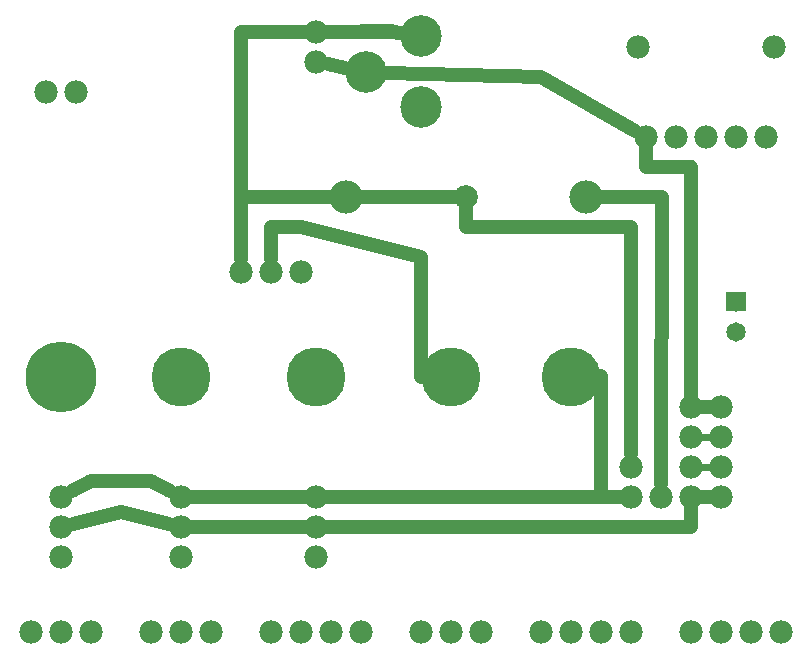
<source format=gtl>
G04 MADE WITH FRITZING*
G04 WWW.FRITZING.ORG*
G04 DOUBLE SIDED*
G04 HOLES PLATED*
G04 CONTOUR ON CENTER OF CONTOUR VECTOR*
%ASAXBY*%
%FSLAX23Y23*%
%MOIN*%
%OFA0B0*%
%SFA1.0B1.0*%
%ADD10C,0.065000*%
%ADD11C,0.078000*%
%ADD12C,0.079370*%
%ADD13C,0.110866*%
%ADD14C,0.138425*%
%ADD15C,0.236220*%
%ADD16C,0.196850*%
%ADD17C,0.048000*%
%ADD18C,0.024000*%
%ADD19R,0.001000X0.001000*%
%LNCOPPER1*%
G90*
G70*
G54D10*
X2428Y1072D03*
X2428Y1172D03*
X2428Y1072D03*
X2428Y1172D03*
G54D11*
X2178Y522D03*
X2078Y622D03*
X2078Y522D03*
X2378Y522D03*
X2378Y622D03*
X2378Y722D03*
X2378Y822D03*
X2278Y522D03*
X2278Y622D03*
X2278Y722D03*
X2278Y822D03*
G54D12*
X1528Y1522D03*
G54D13*
X1128Y1522D03*
X1928Y1522D03*
G54D11*
X2578Y72D03*
X2478Y72D03*
X2378Y72D03*
X2278Y72D03*
X2078Y72D03*
X1978Y72D03*
X1878Y72D03*
X1778Y72D03*
X1178Y72D03*
X1078Y72D03*
X978Y72D03*
X878Y72D03*
X1578Y72D03*
X1478Y72D03*
X1378Y72D03*
X678Y72D03*
X578Y72D03*
X478Y72D03*
X578Y522D03*
X578Y422D03*
X578Y322D03*
X1028Y522D03*
X1028Y422D03*
X1028Y322D03*
X178Y522D03*
X178Y422D03*
X178Y322D03*
X1028Y1972D03*
X1028Y2072D03*
G54D14*
X1194Y1937D03*
X1378Y1822D03*
X1378Y2056D03*
G54D11*
X978Y1272D03*
X878Y1272D03*
X778Y1272D03*
X2528Y1722D03*
X2428Y1722D03*
X2328Y1722D03*
X2228Y1722D03*
X2128Y1722D03*
X2556Y2022D03*
X2100Y2022D03*
X278Y72D03*
X178Y72D03*
X78Y72D03*
X228Y1872D03*
X128Y1872D03*
G54D15*
X178Y922D03*
G54D16*
X578Y922D03*
X1028Y922D03*
X1478Y922D03*
X1878Y922D03*
G54D17*
X479Y573D02*
X277Y573D01*
D02*
X277Y573D02*
X215Y541D01*
D02*
X542Y541D02*
X479Y573D01*
D02*
X1529Y1521D02*
X1186Y1522D01*
D02*
X1529Y1422D02*
X1529Y1521D01*
D02*
X2078Y1420D02*
X1529Y1422D01*
D02*
X2078Y663D02*
X2078Y1420D01*
D02*
X1378Y921D02*
X1378Y1322D01*
D02*
X978Y1422D02*
X879Y1422D01*
D02*
X1378Y1322D02*
X978Y1422D01*
D02*
X879Y1422D02*
X879Y1322D01*
D02*
X879Y1322D02*
X879Y1313D01*
D02*
X1436Y921D02*
X1378Y921D01*
D02*
X2127Y1620D02*
X2278Y1620D01*
D02*
X2128Y1680D02*
X2127Y1620D01*
D02*
X1307Y2066D02*
X1277Y2070D01*
D02*
X1069Y1963D02*
X1124Y1952D01*
D02*
X2180Y1522D02*
X1986Y1522D01*
D02*
X2178Y563D02*
X2180Y1522D01*
D02*
X1277Y2070D02*
X1307Y2066D01*
D02*
X778Y1522D02*
X778Y2070D01*
D02*
X778Y2070D02*
X1277Y2070D01*
D02*
X1071Y1522D02*
X778Y1522D01*
D02*
X1779Y1922D02*
X2092Y1742D01*
D02*
X1266Y1935D02*
X1779Y1922D01*
D02*
X1277Y2070D02*
X778Y2070D01*
D02*
X778Y2070D02*
X778Y1313D01*
D02*
X1277Y2073D02*
X1308Y2068D01*
D02*
X1069Y2072D02*
X1277Y2073D01*
G54D18*
D02*
X2348Y722D02*
X2308Y722D01*
D02*
X2348Y622D02*
X2308Y622D01*
G54D17*
D02*
X2337Y522D02*
X2319Y522D01*
D02*
X2337Y822D02*
X2319Y822D01*
D02*
X2278Y421D02*
X1069Y422D01*
D02*
X2278Y480D02*
X2278Y421D01*
D02*
X987Y522D02*
X619Y522D01*
D02*
X378Y472D02*
X218Y432D01*
D02*
X987Y422D02*
X619Y422D01*
D02*
X538Y432D02*
X378Y472D01*
D02*
X1978Y522D02*
X1069Y522D01*
D02*
X1978Y923D02*
X1978Y522D01*
D02*
X1920Y922D02*
X1978Y923D01*
D02*
X2037Y522D02*
X1069Y522D01*
G54D18*
D02*
X1497Y1522D02*
X1175Y1522D01*
G54D19*
X2273Y1644D02*
X2282Y1644D01*
X2269Y1643D02*
X2286Y1643D01*
X2267Y1642D02*
X2288Y1642D01*
X2265Y1641D02*
X2290Y1641D01*
X2264Y1640D02*
X2291Y1640D01*
X2263Y1639D02*
X2292Y1639D01*
X2262Y1638D02*
X2294Y1638D01*
X2261Y1637D02*
X2295Y1637D01*
X2260Y1636D02*
X2295Y1636D01*
X2259Y1635D02*
X2296Y1635D01*
X2258Y1634D02*
X2297Y1634D01*
X2258Y1633D02*
X2298Y1633D01*
X2257Y1632D02*
X2298Y1632D01*
X2256Y1631D02*
X2299Y1631D01*
X2256Y1630D02*
X2299Y1630D01*
X2256Y1629D02*
X2299Y1629D01*
X2255Y1628D02*
X2300Y1628D01*
X2255Y1627D02*
X2300Y1627D01*
X2255Y1626D02*
X2300Y1626D01*
X2254Y1625D02*
X2301Y1625D01*
X2254Y1624D02*
X2301Y1624D01*
X2254Y1623D02*
X2301Y1623D01*
X2254Y1622D02*
X2301Y1622D01*
X2254Y1621D02*
X2301Y1621D01*
X2254Y1620D02*
X2301Y1620D01*
X2254Y1619D02*
X2301Y1619D01*
X2254Y1618D02*
X2301Y1618D01*
X2254Y1617D02*
X2301Y1617D01*
X2254Y1616D02*
X2301Y1616D01*
X2254Y1615D02*
X2301Y1615D01*
X2254Y1614D02*
X2301Y1614D01*
X2254Y1613D02*
X2301Y1613D01*
X2254Y1612D02*
X2301Y1612D01*
X2254Y1611D02*
X2301Y1611D01*
X2254Y1610D02*
X2301Y1610D01*
X2254Y1609D02*
X2301Y1609D01*
X2254Y1608D02*
X2301Y1608D01*
X2254Y1607D02*
X2301Y1607D01*
X2254Y1606D02*
X2301Y1606D01*
X2254Y1605D02*
X2301Y1605D01*
X2254Y1604D02*
X2301Y1604D01*
X2254Y1603D02*
X2301Y1603D01*
X2254Y1602D02*
X2301Y1602D01*
X2254Y1601D02*
X2301Y1601D01*
X2254Y1600D02*
X2301Y1600D01*
X2254Y1599D02*
X2301Y1599D01*
X2254Y1598D02*
X2301Y1598D01*
X2254Y1597D02*
X2301Y1597D01*
X2254Y1596D02*
X2301Y1596D01*
X2254Y1595D02*
X2301Y1595D01*
X2254Y1594D02*
X2301Y1594D01*
X2254Y1593D02*
X2301Y1593D01*
X2254Y1592D02*
X2301Y1592D01*
X2254Y1591D02*
X2301Y1591D01*
X2254Y1590D02*
X2301Y1590D01*
X2254Y1589D02*
X2301Y1589D01*
X2254Y1588D02*
X2301Y1588D01*
X2254Y1587D02*
X2301Y1587D01*
X2254Y1586D02*
X2301Y1586D01*
X2254Y1585D02*
X2301Y1585D01*
X2254Y1584D02*
X2301Y1584D01*
X2254Y1583D02*
X2301Y1583D01*
X2254Y1582D02*
X2301Y1582D01*
X2254Y1581D02*
X2301Y1581D01*
X2254Y1580D02*
X2301Y1580D01*
X2254Y1579D02*
X2301Y1579D01*
X2254Y1578D02*
X2301Y1578D01*
X2254Y1577D02*
X2301Y1577D01*
X2254Y1576D02*
X2301Y1576D01*
X2254Y1575D02*
X2301Y1575D01*
X2254Y1574D02*
X2301Y1574D01*
X2254Y1573D02*
X2301Y1573D01*
X2254Y1572D02*
X2301Y1572D01*
X2254Y1571D02*
X2301Y1571D01*
X2254Y1570D02*
X2301Y1570D01*
X2254Y1569D02*
X2301Y1569D01*
X2254Y1568D02*
X2301Y1568D01*
X2254Y1567D02*
X2301Y1567D01*
X2254Y1566D02*
X2301Y1566D01*
X2254Y1565D02*
X2301Y1565D01*
X2254Y1564D02*
X2301Y1564D01*
X2254Y1563D02*
X2301Y1563D01*
X2254Y1562D02*
X2301Y1562D01*
X2254Y1561D02*
X2301Y1561D01*
X2254Y1560D02*
X2301Y1560D01*
X2254Y1559D02*
X2301Y1559D01*
X2254Y1558D02*
X2301Y1558D01*
X2254Y1557D02*
X2301Y1557D01*
X2254Y1556D02*
X2301Y1556D01*
X2254Y1555D02*
X2301Y1555D01*
X2254Y1554D02*
X2301Y1554D01*
X2254Y1553D02*
X2301Y1553D01*
X2254Y1552D02*
X2301Y1552D01*
X2254Y1551D02*
X2301Y1551D01*
X2254Y1550D02*
X2301Y1550D01*
X2254Y1549D02*
X2301Y1549D01*
X2254Y1548D02*
X2301Y1548D01*
X2254Y1547D02*
X2301Y1547D01*
X2254Y1546D02*
X2301Y1546D01*
X2254Y1545D02*
X2301Y1545D01*
X2254Y1544D02*
X2301Y1544D01*
X2254Y1543D02*
X2301Y1543D01*
X2254Y1542D02*
X2301Y1542D01*
X2254Y1541D02*
X2301Y1541D01*
X2254Y1540D02*
X2301Y1540D01*
X2254Y1539D02*
X2301Y1539D01*
X2254Y1538D02*
X2301Y1538D01*
X2254Y1537D02*
X2301Y1537D01*
X2254Y1536D02*
X2301Y1536D01*
X2254Y1535D02*
X2301Y1535D01*
X2254Y1534D02*
X2301Y1534D01*
X2254Y1533D02*
X2301Y1533D01*
X2254Y1532D02*
X2301Y1532D01*
X2254Y1531D02*
X2301Y1531D01*
X2254Y1530D02*
X2301Y1530D01*
X2254Y1529D02*
X2301Y1529D01*
X2254Y1528D02*
X2301Y1528D01*
X2254Y1527D02*
X2301Y1527D01*
X2254Y1526D02*
X2301Y1526D01*
X2254Y1525D02*
X2301Y1525D01*
X2254Y1524D02*
X2301Y1524D01*
X2254Y1523D02*
X2301Y1523D01*
X2254Y1522D02*
X2301Y1522D01*
X2254Y1521D02*
X2301Y1521D01*
X2254Y1520D02*
X2301Y1520D01*
X2254Y1519D02*
X2301Y1519D01*
X2254Y1518D02*
X2301Y1518D01*
X2254Y1517D02*
X2301Y1517D01*
X2254Y1516D02*
X2301Y1516D01*
X2254Y1515D02*
X2301Y1515D01*
X2254Y1514D02*
X2301Y1514D01*
X2254Y1513D02*
X2301Y1513D01*
X2254Y1512D02*
X2301Y1512D01*
X2254Y1511D02*
X2301Y1511D01*
X2254Y1510D02*
X2301Y1510D01*
X2254Y1509D02*
X2301Y1509D01*
X2254Y1508D02*
X2301Y1508D01*
X2254Y1507D02*
X2301Y1507D01*
X2254Y1506D02*
X2301Y1506D01*
X2254Y1505D02*
X2301Y1505D01*
X2254Y1504D02*
X2301Y1504D01*
X2254Y1503D02*
X2301Y1503D01*
X2254Y1502D02*
X2301Y1502D01*
X2254Y1501D02*
X2301Y1501D01*
X2254Y1500D02*
X2301Y1500D01*
X2254Y1499D02*
X2301Y1499D01*
X2254Y1498D02*
X2301Y1498D01*
X2254Y1497D02*
X2301Y1497D01*
X2254Y1496D02*
X2301Y1496D01*
X2254Y1495D02*
X2301Y1495D01*
X2254Y1494D02*
X2301Y1494D01*
X2254Y1493D02*
X2301Y1493D01*
X2254Y1492D02*
X2301Y1492D01*
X2254Y1491D02*
X2301Y1491D01*
X2254Y1490D02*
X2301Y1490D01*
X2254Y1489D02*
X2301Y1489D01*
X2254Y1488D02*
X2301Y1488D01*
X2254Y1487D02*
X2301Y1487D01*
X2254Y1486D02*
X2301Y1486D01*
X2254Y1485D02*
X2301Y1485D01*
X2254Y1484D02*
X2301Y1484D01*
X2254Y1483D02*
X2301Y1483D01*
X2254Y1482D02*
X2301Y1482D01*
X2254Y1481D02*
X2301Y1481D01*
X2254Y1480D02*
X2301Y1480D01*
X2254Y1479D02*
X2301Y1479D01*
X2254Y1478D02*
X2301Y1478D01*
X2254Y1477D02*
X2301Y1477D01*
X2254Y1476D02*
X2301Y1476D01*
X2254Y1475D02*
X2301Y1475D01*
X2254Y1474D02*
X2301Y1474D01*
X2254Y1473D02*
X2301Y1473D01*
X2254Y1472D02*
X2301Y1472D01*
X2254Y1471D02*
X2301Y1471D01*
X2254Y1470D02*
X2301Y1470D01*
X2254Y1469D02*
X2301Y1469D01*
X2254Y1468D02*
X2301Y1468D01*
X2254Y1467D02*
X2301Y1467D01*
X2254Y1466D02*
X2301Y1466D01*
X2254Y1465D02*
X2301Y1465D01*
X2254Y1464D02*
X2301Y1464D01*
X2254Y1463D02*
X2301Y1463D01*
X2254Y1462D02*
X2301Y1462D01*
X2254Y1461D02*
X2301Y1461D01*
X2254Y1460D02*
X2301Y1460D01*
X2254Y1459D02*
X2301Y1459D01*
X2254Y1458D02*
X2301Y1458D01*
X2254Y1457D02*
X2301Y1457D01*
X2254Y1456D02*
X2301Y1456D01*
X2254Y1455D02*
X2301Y1455D01*
X2254Y1454D02*
X2301Y1454D01*
X2254Y1453D02*
X2301Y1453D01*
X2254Y1452D02*
X2301Y1452D01*
X2254Y1451D02*
X2301Y1451D01*
X2254Y1450D02*
X2301Y1450D01*
X2254Y1449D02*
X2301Y1449D01*
X2254Y1448D02*
X2301Y1448D01*
X2254Y1447D02*
X2301Y1447D01*
X2254Y1446D02*
X2301Y1446D01*
X2254Y1445D02*
X2301Y1445D01*
X2254Y1444D02*
X2301Y1444D01*
X2254Y1443D02*
X2301Y1443D01*
X2254Y1442D02*
X2301Y1442D01*
X2254Y1441D02*
X2301Y1441D01*
X2254Y1440D02*
X2301Y1440D01*
X2254Y1439D02*
X2301Y1439D01*
X2254Y1438D02*
X2301Y1438D01*
X2254Y1437D02*
X2301Y1437D01*
X2254Y1436D02*
X2301Y1436D01*
X2254Y1435D02*
X2301Y1435D01*
X2254Y1434D02*
X2301Y1434D01*
X2254Y1433D02*
X2301Y1433D01*
X2254Y1432D02*
X2301Y1432D01*
X2254Y1431D02*
X2301Y1431D01*
X2254Y1430D02*
X2301Y1430D01*
X2254Y1429D02*
X2301Y1429D01*
X2254Y1428D02*
X2301Y1428D01*
X2254Y1427D02*
X2301Y1427D01*
X2254Y1426D02*
X2301Y1426D01*
X2254Y1425D02*
X2301Y1425D01*
X2254Y1424D02*
X2301Y1424D01*
X2254Y1423D02*
X2301Y1423D01*
X2254Y1422D02*
X2301Y1422D01*
X2254Y1421D02*
X2301Y1421D01*
X2254Y1420D02*
X2301Y1420D01*
X2254Y1419D02*
X2301Y1419D01*
X2254Y1418D02*
X2301Y1418D01*
X2254Y1417D02*
X2301Y1417D01*
X2254Y1416D02*
X2301Y1416D01*
X2254Y1415D02*
X2301Y1415D01*
X2254Y1414D02*
X2301Y1414D01*
X2254Y1413D02*
X2301Y1413D01*
X2254Y1412D02*
X2301Y1412D01*
X2254Y1411D02*
X2301Y1411D01*
X2254Y1410D02*
X2301Y1410D01*
X2254Y1409D02*
X2301Y1409D01*
X2254Y1408D02*
X2301Y1408D01*
X2254Y1407D02*
X2301Y1407D01*
X2254Y1406D02*
X2301Y1406D01*
X2254Y1405D02*
X2301Y1405D01*
X2254Y1404D02*
X2301Y1404D01*
X2254Y1403D02*
X2301Y1403D01*
X2254Y1402D02*
X2301Y1402D01*
X2254Y1401D02*
X2301Y1401D01*
X2254Y1400D02*
X2301Y1400D01*
X2254Y1399D02*
X2301Y1399D01*
X2254Y1398D02*
X2301Y1398D01*
X2254Y1397D02*
X2301Y1397D01*
X2254Y1396D02*
X2301Y1396D01*
X2254Y1395D02*
X2301Y1395D01*
X2254Y1394D02*
X2301Y1394D01*
X2254Y1393D02*
X2301Y1393D01*
X2254Y1392D02*
X2301Y1392D01*
X2254Y1391D02*
X2301Y1391D01*
X2254Y1390D02*
X2301Y1390D01*
X2254Y1389D02*
X2301Y1389D01*
X2254Y1388D02*
X2301Y1388D01*
X2254Y1387D02*
X2301Y1387D01*
X2254Y1386D02*
X2301Y1386D01*
X2254Y1385D02*
X2301Y1385D01*
X2254Y1384D02*
X2301Y1384D01*
X2254Y1383D02*
X2301Y1383D01*
X2254Y1382D02*
X2301Y1382D01*
X2254Y1381D02*
X2301Y1381D01*
X2254Y1380D02*
X2301Y1380D01*
X2254Y1379D02*
X2301Y1379D01*
X2254Y1378D02*
X2301Y1378D01*
X2254Y1377D02*
X2301Y1377D01*
X2254Y1376D02*
X2301Y1376D01*
X2254Y1375D02*
X2301Y1375D01*
X2254Y1374D02*
X2301Y1374D01*
X2254Y1373D02*
X2301Y1373D01*
X2254Y1372D02*
X2301Y1372D01*
X2254Y1371D02*
X2301Y1371D01*
X2254Y1370D02*
X2301Y1370D01*
X2254Y1369D02*
X2301Y1369D01*
X2254Y1368D02*
X2301Y1368D01*
X2254Y1367D02*
X2301Y1367D01*
X2254Y1366D02*
X2301Y1366D01*
X2254Y1365D02*
X2301Y1365D01*
X2254Y1364D02*
X2301Y1364D01*
X2254Y1363D02*
X2301Y1363D01*
X2254Y1362D02*
X2301Y1362D01*
X2254Y1361D02*
X2301Y1361D01*
X2254Y1360D02*
X2301Y1360D01*
X2254Y1359D02*
X2301Y1359D01*
X2254Y1358D02*
X2301Y1358D01*
X2254Y1357D02*
X2301Y1357D01*
X2254Y1356D02*
X2301Y1356D01*
X2254Y1355D02*
X2301Y1355D01*
X2254Y1354D02*
X2301Y1354D01*
X2254Y1353D02*
X2301Y1353D01*
X2254Y1352D02*
X2301Y1352D01*
X2254Y1351D02*
X2301Y1351D01*
X2254Y1350D02*
X2301Y1350D01*
X2254Y1349D02*
X2301Y1349D01*
X2254Y1348D02*
X2301Y1348D01*
X2254Y1347D02*
X2301Y1347D01*
X2254Y1346D02*
X2301Y1346D01*
X2254Y1345D02*
X2301Y1345D01*
X2254Y1344D02*
X2301Y1344D01*
X2254Y1343D02*
X2301Y1343D01*
X2254Y1342D02*
X2301Y1342D01*
X2254Y1341D02*
X2301Y1341D01*
X2254Y1340D02*
X2301Y1340D01*
X2254Y1339D02*
X2301Y1339D01*
X2254Y1338D02*
X2301Y1338D01*
X2254Y1337D02*
X2301Y1337D01*
X2254Y1336D02*
X2301Y1336D01*
X2254Y1335D02*
X2301Y1335D01*
X2254Y1334D02*
X2301Y1334D01*
X2254Y1333D02*
X2301Y1333D01*
X2254Y1332D02*
X2301Y1332D01*
X2254Y1331D02*
X2301Y1331D01*
X2254Y1330D02*
X2301Y1330D01*
X2254Y1329D02*
X2301Y1329D01*
X2254Y1328D02*
X2301Y1328D01*
X2254Y1327D02*
X2301Y1327D01*
X2254Y1326D02*
X2301Y1326D01*
X2254Y1325D02*
X2301Y1325D01*
X2254Y1324D02*
X2301Y1324D01*
X2254Y1323D02*
X2301Y1323D01*
X2254Y1322D02*
X2301Y1322D01*
X2254Y1321D02*
X2301Y1321D01*
X2254Y1320D02*
X2301Y1320D01*
X2254Y1319D02*
X2301Y1319D01*
X2254Y1318D02*
X2301Y1318D01*
X2254Y1317D02*
X2301Y1317D01*
X2254Y1316D02*
X2301Y1316D01*
X2254Y1315D02*
X2301Y1315D01*
X2254Y1314D02*
X2301Y1314D01*
X2254Y1313D02*
X2301Y1313D01*
X2254Y1312D02*
X2301Y1312D01*
X2254Y1311D02*
X2301Y1311D01*
X2254Y1310D02*
X2301Y1310D01*
X2254Y1309D02*
X2301Y1309D01*
X2254Y1308D02*
X2301Y1308D01*
X2254Y1307D02*
X2301Y1307D01*
X2254Y1306D02*
X2301Y1306D01*
X2254Y1305D02*
X2301Y1305D01*
X2254Y1304D02*
X2301Y1304D01*
X2254Y1303D02*
X2301Y1303D01*
X2254Y1302D02*
X2301Y1302D01*
X2254Y1301D02*
X2301Y1301D01*
X2254Y1300D02*
X2301Y1300D01*
X2254Y1299D02*
X2301Y1299D01*
X2254Y1298D02*
X2301Y1298D01*
X2254Y1297D02*
X2301Y1297D01*
X2254Y1296D02*
X2301Y1296D01*
X2254Y1295D02*
X2301Y1295D01*
X2254Y1294D02*
X2301Y1294D01*
X2254Y1293D02*
X2301Y1293D01*
X2254Y1292D02*
X2301Y1292D01*
X2254Y1291D02*
X2301Y1291D01*
X2254Y1290D02*
X2301Y1290D01*
X2254Y1289D02*
X2301Y1289D01*
X2254Y1288D02*
X2301Y1288D01*
X2254Y1287D02*
X2301Y1287D01*
X2254Y1286D02*
X2301Y1286D01*
X2254Y1285D02*
X2301Y1285D01*
X2254Y1284D02*
X2301Y1284D01*
X2254Y1283D02*
X2301Y1283D01*
X2254Y1282D02*
X2301Y1282D01*
X2254Y1281D02*
X2301Y1281D01*
X2254Y1280D02*
X2301Y1280D01*
X2254Y1279D02*
X2301Y1279D01*
X2254Y1278D02*
X2301Y1278D01*
X2254Y1277D02*
X2301Y1277D01*
X2254Y1276D02*
X2301Y1276D01*
X2254Y1275D02*
X2301Y1275D01*
X2254Y1274D02*
X2301Y1274D01*
X2254Y1273D02*
X2301Y1273D01*
X2254Y1272D02*
X2301Y1272D01*
X2254Y1271D02*
X2301Y1271D01*
X2254Y1270D02*
X2301Y1270D01*
X2254Y1269D02*
X2301Y1269D01*
X2254Y1268D02*
X2301Y1268D01*
X2254Y1267D02*
X2301Y1267D01*
X2254Y1266D02*
X2301Y1266D01*
X2254Y1265D02*
X2301Y1265D01*
X2254Y1264D02*
X2301Y1264D01*
X2254Y1263D02*
X2301Y1263D01*
X2254Y1262D02*
X2301Y1262D01*
X2254Y1261D02*
X2301Y1261D01*
X2254Y1260D02*
X2301Y1260D01*
X2254Y1259D02*
X2301Y1259D01*
X2254Y1258D02*
X2301Y1258D01*
X2254Y1257D02*
X2301Y1257D01*
X2254Y1256D02*
X2301Y1256D01*
X2254Y1255D02*
X2301Y1255D01*
X2254Y1254D02*
X2301Y1254D01*
X2254Y1253D02*
X2301Y1253D01*
X2254Y1252D02*
X2301Y1252D01*
X2254Y1251D02*
X2301Y1251D01*
X2254Y1250D02*
X2301Y1250D01*
X2254Y1249D02*
X2301Y1249D01*
X2254Y1248D02*
X2301Y1248D01*
X2254Y1247D02*
X2301Y1247D01*
X2254Y1246D02*
X2301Y1246D01*
X2254Y1245D02*
X2301Y1245D01*
X2254Y1244D02*
X2301Y1244D01*
X2254Y1243D02*
X2301Y1243D01*
X2254Y1242D02*
X2301Y1242D01*
X2254Y1241D02*
X2301Y1241D01*
X2254Y1240D02*
X2301Y1240D01*
X2254Y1239D02*
X2301Y1239D01*
X2254Y1238D02*
X2301Y1238D01*
X2254Y1237D02*
X2301Y1237D01*
X2254Y1236D02*
X2301Y1236D01*
X2254Y1235D02*
X2301Y1235D01*
X2254Y1234D02*
X2301Y1234D01*
X2254Y1233D02*
X2301Y1233D01*
X2254Y1232D02*
X2301Y1232D01*
X2254Y1231D02*
X2301Y1231D01*
X2254Y1230D02*
X2301Y1230D01*
X2254Y1229D02*
X2301Y1229D01*
X2254Y1228D02*
X2301Y1228D01*
X2254Y1227D02*
X2301Y1227D01*
X2254Y1226D02*
X2301Y1226D01*
X2254Y1225D02*
X2301Y1225D01*
X2254Y1224D02*
X2301Y1224D01*
X2254Y1223D02*
X2301Y1223D01*
X2254Y1222D02*
X2301Y1222D01*
X2254Y1221D02*
X2301Y1221D01*
X2254Y1220D02*
X2301Y1220D01*
X2254Y1219D02*
X2301Y1219D01*
X2254Y1218D02*
X2301Y1218D01*
X2254Y1217D02*
X2301Y1217D01*
X2254Y1216D02*
X2301Y1216D01*
X2254Y1215D02*
X2301Y1215D01*
X2254Y1214D02*
X2301Y1214D01*
X2254Y1213D02*
X2301Y1213D01*
X2254Y1212D02*
X2301Y1212D01*
X2254Y1211D02*
X2301Y1211D01*
X2254Y1210D02*
X2301Y1210D01*
X2254Y1209D02*
X2301Y1209D01*
X2254Y1208D02*
X2301Y1208D01*
X2254Y1207D02*
X2301Y1207D01*
X2254Y1206D02*
X2301Y1206D01*
X2254Y1205D02*
X2301Y1205D01*
X2254Y1204D02*
X2301Y1204D01*
X2396Y1204D02*
X2459Y1204D01*
X2254Y1203D02*
X2301Y1203D01*
X2396Y1203D02*
X2460Y1203D01*
X2254Y1202D02*
X2301Y1202D01*
X2396Y1202D02*
X2460Y1202D01*
X2254Y1201D02*
X2301Y1201D01*
X2396Y1201D02*
X2460Y1201D01*
X2254Y1200D02*
X2301Y1200D01*
X2396Y1200D02*
X2460Y1200D01*
X2254Y1199D02*
X2301Y1199D01*
X2396Y1199D02*
X2460Y1199D01*
X2254Y1198D02*
X2301Y1198D01*
X2396Y1198D02*
X2460Y1198D01*
X2254Y1197D02*
X2301Y1197D01*
X2396Y1197D02*
X2460Y1197D01*
X2254Y1196D02*
X2301Y1196D01*
X2396Y1196D02*
X2460Y1196D01*
X2254Y1195D02*
X2301Y1195D01*
X2396Y1195D02*
X2460Y1195D01*
X2254Y1194D02*
X2301Y1194D01*
X2396Y1194D02*
X2460Y1194D01*
X2254Y1193D02*
X2301Y1193D01*
X2396Y1193D02*
X2460Y1193D01*
X2254Y1192D02*
X2301Y1192D01*
X2396Y1192D02*
X2460Y1192D01*
X2254Y1191D02*
X2301Y1191D01*
X2396Y1191D02*
X2460Y1191D01*
X2254Y1190D02*
X2301Y1190D01*
X2396Y1190D02*
X2460Y1190D01*
X2254Y1189D02*
X2301Y1189D01*
X2396Y1189D02*
X2460Y1189D01*
X2254Y1188D02*
X2301Y1188D01*
X2396Y1188D02*
X2460Y1188D01*
X2254Y1187D02*
X2301Y1187D01*
X2396Y1187D02*
X2460Y1187D01*
X2254Y1186D02*
X2301Y1186D01*
X2396Y1186D02*
X2460Y1186D01*
X2254Y1185D02*
X2301Y1185D01*
X2396Y1185D02*
X2423Y1185D01*
X2432Y1185D02*
X2460Y1185D01*
X2254Y1184D02*
X2301Y1184D01*
X2396Y1184D02*
X2420Y1184D01*
X2435Y1184D02*
X2460Y1184D01*
X2254Y1183D02*
X2301Y1183D01*
X2396Y1183D02*
X2419Y1183D01*
X2436Y1183D02*
X2460Y1183D01*
X2254Y1182D02*
X2301Y1182D01*
X2396Y1182D02*
X2418Y1182D01*
X2437Y1182D02*
X2460Y1182D01*
X2254Y1181D02*
X2301Y1181D01*
X2396Y1181D02*
X2417Y1181D01*
X2438Y1181D02*
X2460Y1181D01*
X2254Y1180D02*
X2301Y1180D01*
X2396Y1180D02*
X2416Y1180D01*
X2439Y1180D02*
X2460Y1180D01*
X2254Y1179D02*
X2301Y1179D01*
X2396Y1179D02*
X2415Y1179D01*
X2440Y1179D02*
X2460Y1179D01*
X2254Y1178D02*
X2301Y1178D01*
X2396Y1178D02*
X2415Y1178D01*
X2440Y1178D02*
X2460Y1178D01*
X2254Y1177D02*
X2301Y1177D01*
X2396Y1177D02*
X2414Y1177D01*
X2441Y1177D02*
X2460Y1177D01*
X2254Y1176D02*
X2301Y1176D01*
X2396Y1176D02*
X2414Y1176D01*
X2441Y1176D02*
X2460Y1176D01*
X2254Y1175D02*
X2301Y1175D01*
X2396Y1175D02*
X2414Y1175D01*
X2441Y1175D02*
X2460Y1175D01*
X2254Y1174D02*
X2301Y1174D01*
X2396Y1174D02*
X2413Y1174D01*
X2442Y1174D02*
X2460Y1174D01*
X2254Y1173D02*
X2301Y1173D01*
X2396Y1173D02*
X2413Y1173D01*
X2442Y1173D02*
X2460Y1173D01*
X2254Y1172D02*
X2301Y1172D01*
X2396Y1172D02*
X2413Y1172D01*
X2442Y1172D02*
X2460Y1172D01*
X2254Y1171D02*
X2301Y1171D01*
X2396Y1171D02*
X2413Y1171D01*
X2442Y1171D02*
X2460Y1171D01*
X2254Y1170D02*
X2301Y1170D01*
X2396Y1170D02*
X2413Y1170D01*
X2442Y1170D02*
X2460Y1170D01*
X2254Y1169D02*
X2301Y1169D01*
X2396Y1169D02*
X2414Y1169D01*
X2441Y1169D02*
X2460Y1169D01*
X2254Y1168D02*
X2301Y1168D01*
X2396Y1168D02*
X2414Y1168D01*
X2441Y1168D02*
X2460Y1168D01*
X2254Y1167D02*
X2301Y1167D01*
X2396Y1167D02*
X2414Y1167D01*
X2441Y1167D02*
X2460Y1167D01*
X2254Y1166D02*
X2301Y1166D01*
X2396Y1166D02*
X2415Y1166D01*
X2440Y1166D02*
X2460Y1166D01*
X2254Y1165D02*
X2301Y1165D01*
X2396Y1165D02*
X2415Y1165D01*
X2440Y1165D02*
X2460Y1165D01*
X2254Y1164D02*
X2301Y1164D01*
X2396Y1164D02*
X2416Y1164D01*
X2439Y1164D02*
X2460Y1164D01*
X2254Y1163D02*
X2301Y1163D01*
X2396Y1163D02*
X2417Y1163D01*
X2438Y1163D02*
X2460Y1163D01*
X2254Y1162D02*
X2301Y1162D01*
X2396Y1162D02*
X2417Y1162D01*
X2438Y1162D02*
X2460Y1162D01*
X2254Y1161D02*
X2301Y1161D01*
X2396Y1161D02*
X2419Y1161D01*
X2436Y1161D02*
X2460Y1161D01*
X2254Y1160D02*
X2301Y1160D01*
X2396Y1160D02*
X2420Y1160D01*
X2435Y1160D02*
X2460Y1160D01*
X2254Y1159D02*
X2301Y1159D01*
X2396Y1159D02*
X2423Y1159D01*
X2433Y1159D02*
X2460Y1159D01*
X2254Y1158D02*
X2301Y1158D01*
X2396Y1158D02*
X2460Y1158D01*
X2254Y1157D02*
X2301Y1157D01*
X2396Y1157D02*
X2460Y1157D01*
X2254Y1156D02*
X2301Y1156D01*
X2396Y1156D02*
X2460Y1156D01*
X2254Y1155D02*
X2301Y1155D01*
X2396Y1155D02*
X2460Y1155D01*
X2254Y1154D02*
X2301Y1154D01*
X2396Y1154D02*
X2460Y1154D01*
X2254Y1153D02*
X2301Y1153D01*
X2396Y1153D02*
X2460Y1153D01*
X2254Y1152D02*
X2301Y1152D01*
X2396Y1152D02*
X2460Y1152D01*
X2254Y1151D02*
X2301Y1151D01*
X2396Y1151D02*
X2460Y1151D01*
X2254Y1150D02*
X2301Y1150D01*
X2396Y1150D02*
X2460Y1150D01*
X2254Y1149D02*
X2301Y1149D01*
X2396Y1149D02*
X2460Y1149D01*
X2254Y1148D02*
X2301Y1148D01*
X2396Y1148D02*
X2460Y1148D01*
X2254Y1147D02*
X2301Y1147D01*
X2396Y1147D02*
X2460Y1147D01*
X2254Y1146D02*
X2301Y1146D01*
X2396Y1146D02*
X2460Y1146D01*
X2254Y1145D02*
X2301Y1145D01*
X2396Y1145D02*
X2460Y1145D01*
X2254Y1144D02*
X2301Y1144D01*
X2396Y1144D02*
X2460Y1144D01*
X2254Y1143D02*
X2301Y1143D01*
X2396Y1143D02*
X2460Y1143D01*
X2254Y1142D02*
X2301Y1142D01*
X2396Y1142D02*
X2460Y1142D01*
X2254Y1141D02*
X2301Y1141D01*
X2396Y1141D02*
X2460Y1141D01*
X2254Y1140D02*
X2301Y1140D01*
X2396Y1140D02*
X2460Y1140D01*
X2254Y1139D02*
X2301Y1139D01*
X2254Y1138D02*
X2301Y1138D01*
X2254Y1137D02*
X2301Y1137D01*
X2254Y1136D02*
X2301Y1136D01*
X2254Y1135D02*
X2301Y1135D01*
X2254Y1134D02*
X2301Y1134D01*
X2254Y1133D02*
X2301Y1133D01*
X2254Y1132D02*
X2301Y1132D01*
X2254Y1131D02*
X2301Y1131D01*
X2254Y1130D02*
X2301Y1130D01*
X2254Y1129D02*
X2301Y1129D01*
X2254Y1128D02*
X2301Y1128D01*
X2254Y1127D02*
X2301Y1127D01*
X2254Y1126D02*
X2301Y1126D01*
X2254Y1125D02*
X2301Y1125D01*
X2254Y1124D02*
X2301Y1124D01*
X2254Y1123D02*
X2301Y1123D01*
X2254Y1122D02*
X2301Y1122D01*
X2254Y1121D02*
X2301Y1121D01*
X2254Y1120D02*
X2301Y1120D01*
X2254Y1119D02*
X2301Y1119D01*
X2254Y1118D02*
X2301Y1118D01*
X2254Y1117D02*
X2301Y1117D01*
X2254Y1116D02*
X2301Y1116D01*
X2254Y1115D02*
X2301Y1115D01*
X2254Y1114D02*
X2301Y1114D01*
X2254Y1113D02*
X2301Y1113D01*
X2254Y1112D02*
X2301Y1112D01*
X2254Y1111D02*
X2301Y1111D01*
X2254Y1110D02*
X2301Y1110D01*
X2254Y1109D02*
X2301Y1109D01*
X2254Y1108D02*
X2301Y1108D01*
X2254Y1107D02*
X2301Y1107D01*
X2254Y1106D02*
X2301Y1106D01*
X2254Y1105D02*
X2301Y1105D01*
X2254Y1104D02*
X2301Y1104D01*
X2254Y1103D02*
X2301Y1103D01*
X2254Y1102D02*
X2301Y1102D01*
X2254Y1101D02*
X2301Y1101D01*
X2254Y1100D02*
X2301Y1100D01*
X2254Y1099D02*
X2301Y1099D01*
X2254Y1098D02*
X2301Y1098D01*
X2254Y1097D02*
X2301Y1097D01*
X2254Y1096D02*
X2301Y1096D01*
X2254Y1095D02*
X2301Y1095D01*
X2254Y1094D02*
X2301Y1094D01*
X2254Y1093D02*
X2301Y1093D01*
X2254Y1092D02*
X2301Y1092D01*
X2254Y1091D02*
X2301Y1091D01*
X2254Y1090D02*
X2301Y1090D01*
X2254Y1089D02*
X2301Y1089D01*
X2254Y1088D02*
X2301Y1088D01*
X2254Y1087D02*
X2301Y1087D01*
X2254Y1086D02*
X2301Y1086D01*
X2254Y1085D02*
X2301Y1085D01*
X2254Y1084D02*
X2301Y1084D01*
X2254Y1083D02*
X2301Y1083D01*
X2254Y1082D02*
X2301Y1082D01*
X2254Y1081D02*
X2301Y1081D01*
X2254Y1080D02*
X2301Y1080D01*
X2254Y1079D02*
X2301Y1079D01*
X2254Y1078D02*
X2301Y1078D01*
X2254Y1077D02*
X2301Y1077D01*
X2254Y1076D02*
X2301Y1076D01*
X2254Y1075D02*
X2301Y1075D01*
X2254Y1074D02*
X2301Y1074D01*
X2254Y1073D02*
X2301Y1073D01*
X2254Y1072D02*
X2301Y1072D01*
X2254Y1071D02*
X2301Y1071D01*
X2254Y1070D02*
X2301Y1070D01*
X2254Y1069D02*
X2301Y1069D01*
X2254Y1068D02*
X2301Y1068D01*
X2254Y1067D02*
X2301Y1067D01*
X2254Y1066D02*
X2301Y1066D01*
X2254Y1065D02*
X2301Y1065D01*
X2254Y1064D02*
X2301Y1064D01*
X2254Y1063D02*
X2301Y1063D01*
X2254Y1062D02*
X2301Y1062D01*
X2254Y1061D02*
X2301Y1061D01*
X2254Y1060D02*
X2301Y1060D01*
X2254Y1059D02*
X2301Y1059D01*
X2254Y1058D02*
X2301Y1058D01*
X2254Y1057D02*
X2301Y1057D01*
X2254Y1056D02*
X2301Y1056D01*
X2254Y1055D02*
X2301Y1055D01*
X2254Y1054D02*
X2301Y1054D01*
X2254Y1053D02*
X2301Y1053D01*
X2254Y1052D02*
X2301Y1052D01*
X2254Y1051D02*
X2301Y1051D01*
X2254Y1050D02*
X2301Y1050D01*
X2254Y1049D02*
X2301Y1049D01*
X2254Y1048D02*
X2301Y1048D01*
X2254Y1047D02*
X2301Y1047D01*
X2254Y1046D02*
X2301Y1046D01*
X2254Y1045D02*
X2301Y1045D01*
X2254Y1044D02*
X2301Y1044D01*
X2254Y1043D02*
X2301Y1043D01*
X2254Y1042D02*
X2301Y1042D01*
X2254Y1041D02*
X2301Y1041D01*
X2254Y1040D02*
X2301Y1040D01*
X2254Y1039D02*
X2301Y1039D01*
X2254Y1038D02*
X2301Y1038D01*
X2254Y1037D02*
X2301Y1037D01*
X2254Y1036D02*
X2301Y1036D01*
X2254Y1035D02*
X2301Y1035D01*
X2254Y1034D02*
X2301Y1034D01*
X2254Y1033D02*
X2301Y1033D01*
X2254Y1032D02*
X2301Y1032D01*
X2254Y1031D02*
X2301Y1031D01*
X2254Y1030D02*
X2301Y1030D01*
X2254Y1029D02*
X2301Y1029D01*
X2254Y1028D02*
X2301Y1028D01*
X2254Y1027D02*
X2301Y1027D01*
X2254Y1026D02*
X2301Y1026D01*
X2254Y1025D02*
X2301Y1025D01*
X2254Y1024D02*
X2301Y1024D01*
X2254Y1023D02*
X2301Y1023D01*
X2254Y1022D02*
X2301Y1022D01*
X2254Y1021D02*
X2301Y1021D01*
X2254Y1020D02*
X2301Y1020D01*
X2254Y1019D02*
X2301Y1019D01*
X2254Y1018D02*
X2301Y1018D01*
X2254Y1017D02*
X2301Y1017D01*
X2254Y1016D02*
X2301Y1016D01*
X2254Y1015D02*
X2301Y1015D01*
X2254Y1014D02*
X2301Y1014D01*
X2254Y1013D02*
X2301Y1013D01*
X2254Y1012D02*
X2301Y1012D01*
X2254Y1011D02*
X2301Y1011D01*
X2254Y1010D02*
X2301Y1010D01*
X2254Y1009D02*
X2301Y1009D01*
X2254Y1008D02*
X2301Y1008D01*
X2254Y1007D02*
X2301Y1007D01*
X2254Y1006D02*
X2301Y1006D01*
X2254Y1005D02*
X2301Y1005D01*
X2254Y1004D02*
X2301Y1004D01*
X2254Y1003D02*
X2301Y1003D01*
X2254Y1002D02*
X2301Y1002D01*
X2254Y1001D02*
X2301Y1001D01*
X2254Y1000D02*
X2301Y1000D01*
X2254Y999D02*
X2301Y999D01*
X2254Y998D02*
X2301Y998D01*
X2254Y997D02*
X2301Y997D01*
X2254Y996D02*
X2301Y996D01*
X2254Y995D02*
X2301Y995D01*
X2254Y994D02*
X2301Y994D01*
X2254Y993D02*
X2301Y993D01*
X2254Y992D02*
X2301Y992D01*
X2254Y991D02*
X2301Y991D01*
X2254Y990D02*
X2301Y990D01*
X2254Y989D02*
X2301Y989D01*
X2254Y988D02*
X2301Y988D01*
X2254Y987D02*
X2301Y987D01*
X2254Y986D02*
X2301Y986D01*
X2254Y985D02*
X2301Y985D01*
X2254Y984D02*
X2301Y984D01*
X2254Y983D02*
X2301Y983D01*
X2254Y982D02*
X2301Y982D01*
X2254Y981D02*
X2301Y981D01*
X2254Y980D02*
X2301Y980D01*
X2254Y979D02*
X2301Y979D01*
X2254Y978D02*
X2301Y978D01*
X2254Y977D02*
X2301Y977D01*
X2254Y976D02*
X2301Y976D01*
X2254Y975D02*
X2301Y975D01*
X2254Y974D02*
X2301Y974D01*
X2254Y973D02*
X2301Y973D01*
X2254Y972D02*
X2301Y972D01*
X2254Y971D02*
X2301Y971D01*
X2254Y970D02*
X2301Y970D01*
X2254Y969D02*
X2301Y969D01*
X2254Y968D02*
X2301Y968D01*
X2254Y967D02*
X2301Y967D01*
X2254Y966D02*
X2301Y966D01*
X2254Y965D02*
X2301Y965D01*
X2254Y964D02*
X2301Y964D01*
X2254Y963D02*
X2301Y963D01*
X2254Y962D02*
X2301Y962D01*
X2254Y961D02*
X2301Y961D01*
X2254Y960D02*
X2301Y960D01*
X2254Y959D02*
X2301Y959D01*
X2254Y958D02*
X2301Y958D01*
X2254Y957D02*
X2301Y957D01*
X2254Y956D02*
X2301Y956D01*
X2254Y955D02*
X2301Y955D01*
X2254Y954D02*
X2301Y954D01*
X2254Y953D02*
X2301Y953D01*
X2254Y952D02*
X2301Y952D01*
X2254Y951D02*
X2301Y951D01*
X2254Y950D02*
X2301Y950D01*
X2254Y949D02*
X2301Y949D01*
X2254Y948D02*
X2301Y948D01*
X2254Y947D02*
X2301Y947D01*
X2254Y946D02*
X2301Y946D01*
X2254Y945D02*
X2301Y945D01*
X2254Y944D02*
X2301Y944D01*
X2254Y943D02*
X2301Y943D01*
X2254Y942D02*
X2301Y942D01*
X2254Y941D02*
X2301Y941D01*
X2254Y940D02*
X2301Y940D01*
X2254Y939D02*
X2301Y939D01*
X2254Y938D02*
X2301Y938D01*
X2254Y937D02*
X2301Y937D01*
X2254Y936D02*
X2301Y936D01*
X2254Y935D02*
X2301Y935D01*
X2254Y934D02*
X2301Y934D01*
X2254Y933D02*
X2301Y933D01*
X2254Y932D02*
X2301Y932D01*
X2254Y931D02*
X2301Y931D01*
X2254Y930D02*
X2301Y930D01*
X2254Y929D02*
X2301Y929D01*
X2254Y928D02*
X2301Y928D01*
X2254Y927D02*
X2301Y927D01*
X2254Y926D02*
X2301Y926D01*
X2254Y925D02*
X2301Y925D01*
X2254Y924D02*
X2301Y924D01*
X2254Y923D02*
X2301Y923D01*
X2254Y922D02*
X2301Y922D01*
X2254Y921D02*
X2301Y921D01*
X2254Y920D02*
X2301Y920D01*
X2254Y919D02*
X2301Y919D01*
X2254Y918D02*
X2301Y918D01*
X2254Y917D02*
X2301Y917D01*
X2254Y916D02*
X2301Y916D01*
X2254Y915D02*
X2301Y915D01*
X2254Y914D02*
X2301Y914D01*
X2254Y913D02*
X2301Y913D01*
X2254Y912D02*
X2301Y912D01*
X2254Y911D02*
X2301Y911D01*
X2254Y910D02*
X2301Y910D01*
X2254Y909D02*
X2301Y909D01*
X2254Y908D02*
X2301Y908D01*
X2254Y907D02*
X2301Y907D01*
X2254Y906D02*
X2301Y906D01*
X2254Y905D02*
X2301Y905D01*
X2254Y904D02*
X2301Y904D01*
X2254Y903D02*
X2301Y903D01*
X2254Y902D02*
X2301Y902D01*
X2254Y901D02*
X2301Y901D01*
X2254Y900D02*
X2301Y900D01*
X2254Y899D02*
X2301Y899D01*
X2254Y898D02*
X2301Y898D01*
X2254Y897D02*
X2301Y897D01*
X2254Y896D02*
X2301Y896D01*
X2254Y895D02*
X2301Y895D01*
X2254Y894D02*
X2301Y894D01*
X2254Y893D02*
X2301Y893D01*
X2254Y892D02*
X2301Y892D01*
X2254Y891D02*
X2301Y891D01*
X2254Y890D02*
X2301Y890D01*
X2254Y889D02*
X2301Y889D01*
X2254Y888D02*
X2301Y888D01*
X2254Y887D02*
X2301Y887D01*
X2254Y886D02*
X2301Y886D01*
X2254Y885D02*
X2301Y885D01*
X2254Y884D02*
X2301Y884D01*
X2254Y883D02*
X2301Y883D01*
X2254Y882D02*
X2301Y882D01*
X2254Y881D02*
X2301Y881D01*
X2254Y880D02*
X2301Y880D01*
X2254Y879D02*
X2301Y879D01*
X2254Y878D02*
X2301Y878D01*
X2254Y877D02*
X2301Y877D01*
X2254Y876D02*
X2301Y876D01*
X2254Y875D02*
X2301Y875D01*
X2254Y874D02*
X2301Y874D01*
X2254Y873D02*
X2301Y873D01*
X2254Y872D02*
X2301Y872D01*
X2254Y871D02*
X2301Y871D01*
X2254Y870D02*
X2301Y870D01*
X2254Y869D02*
X2301Y869D01*
X2254Y868D02*
X2301Y868D01*
X2254Y867D02*
X2301Y867D01*
X2254Y866D02*
X2301Y866D01*
X2254Y865D02*
X2301Y865D01*
X2254Y864D02*
X2301Y864D01*
X2254Y863D02*
X2301Y863D01*
X2254Y862D02*
X2301Y862D01*
X2254Y861D02*
X2301Y861D01*
X2254Y860D02*
X2301Y860D01*
X2254Y859D02*
X2301Y859D01*
X2254Y858D02*
X2301Y858D01*
X2254Y857D02*
X2301Y857D01*
X2254Y856D02*
X2301Y856D01*
X2254Y855D02*
X2301Y855D01*
X2254Y854D02*
X2301Y854D01*
X2254Y853D02*
X2301Y853D01*
X2254Y852D02*
X2301Y852D01*
X2254Y851D02*
X2301Y851D01*
X2254Y850D02*
X2301Y850D01*
X2254Y849D02*
X2301Y849D01*
X2254Y848D02*
X2301Y848D01*
X2254Y847D02*
X2301Y847D01*
X2254Y846D02*
X2301Y846D01*
X2254Y845D02*
X2301Y845D01*
X2254Y844D02*
X2301Y844D01*
X2254Y843D02*
X2301Y843D01*
X2254Y842D02*
X2301Y842D01*
X2254Y841D02*
X2301Y841D01*
X2254Y840D02*
X2301Y840D01*
X2254Y839D02*
X2301Y839D01*
X2254Y838D02*
X2301Y838D01*
X2254Y837D02*
X2301Y837D01*
X2254Y836D02*
X2301Y836D01*
X2254Y835D02*
X2301Y835D01*
X2254Y834D02*
X2301Y834D01*
X2254Y833D02*
X2301Y833D01*
X2254Y832D02*
X2301Y832D01*
X2254Y831D02*
X2301Y831D01*
X2254Y830D02*
X2301Y830D01*
X2254Y829D02*
X2301Y829D01*
X2254Y828D02*
X2301Y828D01*
X2254Y827D02*
X2301Y827D01*
X2254Y826D02*
X2301Y826D01*
X2254Y825D02*
X2301Y825D01*
X2254Y824D02*
X2301Y824D01*
X2254Y823D02*
X2301Y823D01*
X2254Y822D02*
X2301Y822D01*
X2254Y821D02*
X2301Y821D01*
X2254Y820D02*
X2301Y820D01*
X2254Y819D02*
X2301Y819D01*
X2254Y818D02*
X2301Y818D01*
X2255Y817D02*
X2300Y817D01*
X2255Y816D02*
X2300Y816D01*
X2255Y815D02*
X2300Y815D01*
X2256Y814D02*
X2300Y814D01*
X2256Y813D02*
X2299Y813D01*
X2256Y812D02*
X2299Y812D01*
X2257Y811D02*
X2298Y811D01*
X2257Y810D02*
X2298Y810D01*
X2258Y809D02*
X2297Y809D01*
X2259Y808D02*
X2296Y808D01*
X2259Y807D02*
X2296Y807D01*
X2260Y806D02*
X2295Y806D01*
X2261Y805D02*
X2294Y805D01*
X2262Y804D02*
X2293Y804D01*
X2264Y803D02*
X2292Y803D01*
X2265Y802D02*
X2290Y802D01*
X2267Y801D02*
X2288Y801D01*
X2269Y800D02*
X2287Y800D01*
X2272Y799D02*
X2284Y799D01*
D02*
G04 End of Copper1*
M02*
</source>
